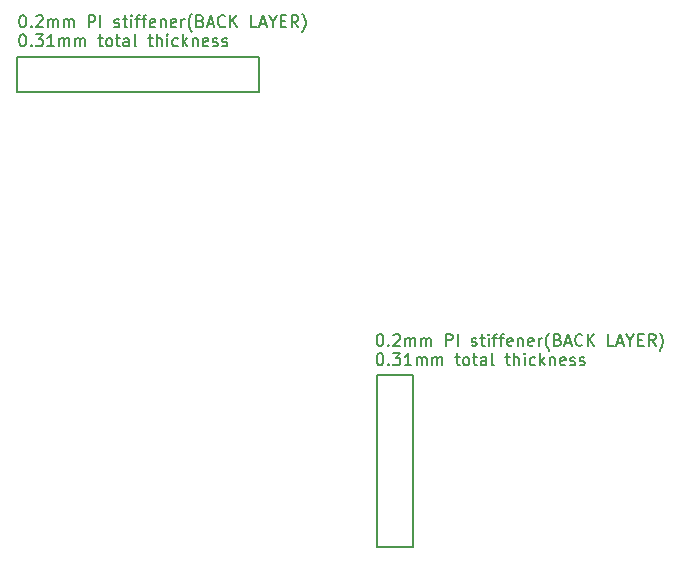
<source format=gbr>
%TF.GenerationSoftware,KiCad,Pcbnew,7.0.1*%
%TF.CreationDate,2024-06-25T20:02:14-07:00*%
%TF.ProjectId,project,70726f6a-6563-4742-9e6b-696361645f70,rev?*%
%TF.SameCoordinates,Original*%
%TF.FileFunction,Other,Comment*%
%FSLAX46Y46*%
G04 Gerber Fmt 4.6, Leading zero omitted, Abs format (unit mm)*
G04 Created by KiCad (PCBNEW 7.0.1) date 2024-06-25 20:02:14*
%MOMM*%
%LPD*%
G01*
G04 APERTURE LIST*
%ADD10C,0.150000*%
G04 APERTURE END LIST*
D10*
X115500000Y-73500000D02*
X136000000Y-73500000D01*
X136000000Y-76500000D01*
X115500000Y-76500000D01*
X115500000Y-73500000D01*
X146000000Y-100500000D02*
X149000000Y-100500000D01*
X149000000Y-115000000D01*
X146000000Y-115000000D01*
X146000000Y-100500000D01*
X146178571Y-97007619D02*
X146273809Y-97007619D01*
X146273809Y-97007619D02*
X146369047Y-97055238D01*
X146369047Y-97055238D02*
X146416666Y-97102857D01*
X146416666Y-97102857D02*
X146464285Y-97198095D01*
X146464285Y-97198095D02*
X146511904Y-97388571D01*
X146511904Y-97388571D02*
X146511904Y-97626666D01*
X146511904Y-97626666D02*
X146464285Y-97817142D01*
X146464285Y-97817142D02*
X146416666Y-97912380D01*
X146416666Y-97912380D02*
X146369047Y-97960000D01*
X146369047Y-97960000D02*
X146273809Y-98007619D01*
X146273809Y-98007619D02*
X146178571Y-98007619D01*
X146178571Y-98007619D02*
X146083333Y-97960000D01*
X146083333Y-97960000D02*
X146035714Y-97912380D01*
X146035714Y-97912380D02*
X145988095Y-97817142D01*
X145988095Y-97817142D02*
X145940476Y-97626666D01*
X145940476Y-97626666D02*
X145940476Y-97388571D01*
X145940476Y-97388571D02*
X145988095Y-97198095D01*
X145988095Y-97198095D02*
X146035714Y-97102857D01*
X146035714Y-97102857D02*
X146083333Y-97055238D01*
X146083333Y-97055238D02*
X146178571Y-97007619D01*
X146940476Y-97912380D02*
X146988095Y-97960000D01*
X146988095Y-97960000D02*
X146940476Y-98007619D01*
X146940476Y-98007619D02*
X146892857Y-97960000D01*
X146892857Y-97960000D02*
X146940476Y-97912380D01*
X146940476Y-97912380D02*
X146940476Y-98007619D01*
X147369047Y-97102857D02*
X147416666Y-97055238D01*
X147416666Y-97055238D02*
X147511904Y-97007619D01*
X147511904Y-97007619D02*
X147749999Y-97007619D01*
X147749999Y-97007619D02*
X147845237Y-97055238D01*
X147845237Y-97055238D02*
X147892856Y-97102857D01*
X147892856Y-97102857D02*
X147940475Y-97198095D01*
X147940475Y-97198095D02*
X147940475Y-97293333D01*
X147940475Y-97293333D02*
X147892856Y-97436190D01*
X147892856Y-97436190D02*
X147321428Y-98007619D01*
X147321428Y-98007619D02*
X147940475Y-98007619D01*
X148369047Y-98007619D02*
X148369047Y-97340952D01*
X148369047Y-97436190D02*
X148416666Y-97388571D01*
X148416666Y-97388571D02*
X148511904Y-97340952D01*
X148511904Y-97340952D02*
X148654761Y-97340952D01*
X148654761Y-97340952D02*
X148749999Y-97388571D01*
X148749999Y-97388571D02*
X148797618Y-97483809D01*
X148797618Y-97483809D02*
X148797618Y-98007619D01*
X148797618Y-97483809D02*
X148845237Y-97388571D01*
X148845237Y-97388571D02*
X148940475Y-97340952D01*
X148940475Y-97340952D02*
X149083332Y-97340952D01*
X149083332Y-97340952D02*
X149178571Y-97388571D01*
X149178571Y-97388571D02*
X149226190Y-97483809D01*
X149226190Y-97483809D02*
X149226190Y-98007619D01*
X149702380Y-98007619D02*
X149702380Y-97340952D01*
X149702380Y-97436190D02*
X149749999Y-97388571D01*
X149749999Y-97388571D02*
X149845237Y-97340952D01*
X149845237Y-97340952D02*
X149988094Y-97340952D01*
X149988094Y-97340952D02*
X150083332Y-97388571D01*
X150083332Y-97388571D02*
X150130951Y-97483809D01*
X150130951Y-97483809D02*
X150130951Y-98007619D01*
X150130951Y-97483809D02*
X150178570Y-97388571D01*
X150178570Y-97388571D02*
X150273808Y-97340952D01*
X150273808Y-97340952D02*
X150416665Y-97340952D01*
X150416665Y-97340952D02*
X150511904Y-97388571D01*
X150511904Y-97388571D02*
X150559523Y-97483809D01*
X150559523Y-97483809D02*
X150559523Y-98007619D01*
X151797618Y-98007619D02*
X151797618Y-97007619D01*
X151797618Y-97007619D02*
X152178570Y-97007619D01*
X152178570Y-97007619D02*
X152273808Y-97055238D01*
X152273808Y-97055238D02*
X152321427Y-97102857D01*
X152321427Y-97102857D02*
X152369046Y-97198095D01*
X152369046Y-97198095D02*
X152369046Y-97340952D01*
X152369046Y-97340952D02*
X152321427Y-97436190D01*
X152321427Y-97436190D02*
X152273808Y-97483809D01*
X152273808Y-97483809D02*
X152178570Y-97531428D01*
X152178570Y-97531428D02*
X151797618Y-97531428D01*
X152797618Y-98007619D02*
X152797618Y-97007619D01*
X153988094Y-97960000D02*
X154083332Y-98007619D01*
X154083332Y-98007619D02*
X154273808Y-98007619D01*
X154273808Y-98007619D02*
X154369046Y-97960000D01*
X154369046Y-97960000D02*
X154416665Y-97864761D01*
X154416665Y-97864761D02*
X154416665Y-97817142D01*
X154416665Y-97817142D02*
X154369046Y-97721904D01*
X154369046Y-97721904D02*
X154273808Y-97674285D01*
X154273808Y-97674285D02*
X154130951Y-97674285D01*
X154130951Y-97674285D02*
X154035713Y-97626666D01*
X154035713Y-97626666D02*
X153988094Y-97531428D01*
X153988094Y-97531428D02*
X153988094Y-97483809D01*
X153988094Y-97483809D02*
X154035713Y-97388571D01*
X154035713Y-97388571D02*
X154130951Y-97340952D01*
X154130951Y-97340952D02*
X154273808Y-97340952D01*
X154273808Y-97340952D02*
X154369046Y-97388571D01*
X154702380Y-97340952D02*
X155083332Y-97340952D01*
X154845237Y-97007619D02*
X154845237Y-97864761D01*
X154845237Y-97864761D02*
X154892856Y-97960000D01*
X154892856Y-97960000D02*
X154988094Y-98007619D01*
X154988094Y-98007619D02*
X155083332Y-98007619D01*
X155416666Y-98007619D02*
X155416666Y-97340952D01*
X155416666Y-97007619D02*
X155369047Y-97055238D01*
X155369047Y-97055238D02*
X155416666Y-97102857D01*
X155416666Y-97102857D02*
X155464285Y-97055238D01*
X155464285Y-97055238D02*
X155416666Y-97007619D01*
X155416666Y-97007619D02*
X155416666Y-97102857D01*
X155749999Y-97340952D02*
X156130951Y-97340952D01*
X155892856Y-98007619D02*
X155892856Y-97150476D01*
X155892856Y-97150476D02*
X155940475Y-97055238D01*
X155940475Y-97055238D02*
X156035713Y-97007619D01*
X156035713Y-97007619D02*
X156130951Y-97007619D01*
X156321428Y-97340952D02*
X156702380Y-97340952D01*
X156464285Y-98007619D02*
X156464285Y-97150476D01*
X156464285Y-97150476D02*
X156511904Y-97055238D01*
X156511904Y-97055238D02*
X156607142Y-97007619D01*
X156607142Y-97007619D02*
X156702380Y-97007619D01*
X157416666Y-97960000D02*
X157321428Y-98007619D01*
X157321428Y-98007619D02*
X157130952Y-98007619D01*
X157130952Y-98007619D02*
X157035714Y-97960000D01*
X157035714Y-97960000D02*
X156988095Y-97864761D01*
X156988095Y-97864761D02*
X156988095Y-97483809D01*
X156988095Y-97483809D02*
X157035714Y-97388571D01*
X157035714Y-97388571D02*
X157130952Y-97340952D01*
X157130952Y-97340952D02*
X157321428Y-97340952D01*
X157321428Y-97340952D02*
X157416666Y-97388571D01*
X157416666Y-97388571D02*
X157464285Y-97483809D01*
X157464285Y-97483809D02*
X157464285Y-97579047D01*
X157464285Y-97579047D02*
X156988095Y-97674285D01*
X157892857Y-97340952D02*
X157892857Y-98007619D01*
X157892857Y-97436190D02*
X157940476Y-97388571D01*
X157940476Y-97388571D02*
X158035714Y-97340952D01*
X158035714Y-97340952D02*
X158178571Y-97340952D01*
X158178571Y-97340952D02*
X158273809Y-97388571D01*
X158273809Y-97388571D02*
X158321428Y-97483809D01*
X158321428Y-97483809D02*
X158321428Y-98007619D01*
X159178571Y-97960000D02*
X159083333Y-98007619D01*
X159083333Y-98007619D02*
X158892857Y-98007619D01*
X158892857Y-98007619D02*
X158797619Y-97960000D01*
X158797619Y-97960000D02*
X158750000Y-97864761D01*
X158750000Y-97864761D02*
X158750000Y-97483809D01*
X158750000Y-97483809D02*
X158797619Y-97388571D01*
X158797619Y-97388571D02*
X158892857Y-97340952D01*
X158892857Y-97340952D02*
X159083333Y-97340952D01*
X159083333Y-97340952D02*
X159178571Y-97388571D01*
X159178571Y-97388571D02*
X159226190Y-97483809D01*
X159226190Y-97483809D02*
X159226190Y-97579047D01*
X159226190Y-97579047D02*
X158750000Y-97674285D01*
X159654762Y-98007619D02*
X159654762Y-97340952D01*
X159654762Y-97531428D02*
X159702381Y-97436190D01*
X159702381Y-97436190D02*
X159750000Y-97388571D01*
X159750000Y-97388571D02*
X159845238Y-97340952D01*
X159845238Y-97340952D02*
X159940476Y-97340952D01*
X160559524Y-98388571D02*
X160511905Y-98340952D01*
X160511905Y-98340952D02*
X160416667Y-98198095D01*
X160416667Y-98198095D02*
X160369048Y-98102857D01*
X160369048Y-98102857D02*
X160321429Y-97960000D01*
X160321429Y-97960000D02*
X160273810Y-97721904D01*
X160273810Y-97721904D02*
X160273810Y-97531428D01*
X160273810Y-97531428D02*
X160321429Y-97293333D01*
X160321429Y-97293333D02*
X160369048Y-97150476D01*
X160369048Y-97150476D02*
X160416667Y-97055238D01*
X160416667Y-97055238D02*
X160511905Y-96912380D01*
X160511905Y-96912380D02*
X160559524Y-96864761D01*
X161273810Y-97483809D02*
X161416667Y-97531428D01*
X161416667Y-97531428D02*
X161464286Y-97579047D01*
X161464286Y-97579047D02*
X161511905Y-97674285D01*
X161511905Y-97674285D02*
X161511905Y-97817142D01*
X161511905Y-97817142D02*
X161464286Y-97912380D01*
X161464286Y-97912380D02*
X161416667Y-97960000D01*
X161416667Y-97960000D02*
X161321429Y-98007619D01*
X161321429Y-98007619D02*
X160940477Y-98007619D01*
X160940477Y-98007619D02*
X160940477Y-97007619D01*
X160940477Y-97007619D02*
X161273810Y-97007619D01*
X161273810Y-97007619D02*
X161369048Y-97055238D01*
X161369048Y-97055238D02*
X161416667Y-97102857D01*
X161416667Y-97102857D02*
X161464286Y-97198095D01*
X161464286Y-97198095D02*
X161464286Y-97293333D01*
X161464286Y-97293333D02*
X161416667Y-97388571D01*
X161416667Y-97388571D02*
X161369048Y-97436190D01*
X161369048Y-97436190D02*
X161273810Y-97483809D01*
X161273810Y-97483809D02*
X160940477Y-97483809D01*
X161892858Y-97721904D02*
X162369048Y-97721904D01*
X161797620Y-98007619D02*
X162130953Y-97007619D01*
X162130953Y-97007619D02*
X162464286Y-98007619D01*
X163369048Y-97912380D02*
X163321429Y-97960000D01*
X163321429Y-97960000D02*
X163178572Y-98007619D01*
X163178572Y-98007619D02*
X163083334Y-98007619D01*
X163083334Y-98007619D02*
X162940477Y-97960000D01*
X162940477Y-97960000D02*
X162845239Y-97864761D01*
X162845239Y-97864761D02*
X162797620Y-97769523D01*
X162797620Y-97769523D02*
X162750001Y-97579047D01*
X162750001Y-97579047D02*
X162750001Y-97436190D01*
X162750001Y-97436190D02*
X162797620Y-97245714D01*
X162797620Y-97245714D02*
X162845239Y-97150476D01*
X162845239Y-97150476D02*
X162940477Y-97055238D01*
X162940477Y-97055238D02*
X163083334Y-97007619D01*
X163083334Y-97007619D02*
X163178572Y-97007619D01*
X163178572Y-97007619D02*
X163321429Y-97055238D01*
X163321429Y-97055238D02*
X163369048Y-97102857D01*
X163797620Y-98007619D02*
X163797620Y-97007619D01*
X164369048Y-98007619D02*
X163940477Y-97436190D01*
X164369048Y-97007619D02*
X163797620Y-97579047D01*
X166035715Y-98007619D02*
X165559525Y-98007619D01*
X165559525Y-98007619D02*
X165559525Y-97007619D01*
X166321430Y-97721904D02*
X166797620Y-97721904D01*
X166226192Y-98007619D02*
X166559525Y-97007619D01*
X166559525Y-97007619D02*
X166892858Y-98007619D01*
X167416668Y-97531428D02*
X167416668Y-98007619D01*
X167083335Y-97007619D02*
X167416668Y-97531428D01*
X167416668Y-97531428D02*
X167750001Y-97007619D01*
X168083335Y-97483809D02*
X168416668Y-97483809D01*
X168559525Y-98007619D02*
X168083335Y-98007619D01*
X168083335Y-98007619D02*
X168083335Y-97007619D01*
X168083335Y-97007619D02*
X168559525Y-97007619D01*
X169559525Y-98007619D02*
X169226192Y-97531428D01*
X168988097Y-98007619D02*
X168988097Y-97007619D01*
X168988097Y-97007619D02*
X169369049Y-97007619D01*
X169369049Y-97007619D02*
X169464287Y-97055238D01*
X169464287Y-97055238D02*
X169511906Y-97102857D01*
X169511906Y-97102857D02*
X169559525Y-97198095D01*
X169559525Y-97198095D02*
X169559525Y-97340952D01*
X169559525Y-97340952D02*
X169511906Y-97436190D01*
X169511906Y-97436190D02*
X169464287Y-97483809D01*
X169464287Y-97483809D02*
X169369049Y-97531428D01*
X169369049Y-97531428D02*
X168988097Y-97531428D01*
X169892859Y-98388571D02*
X169940478Y-98340952D01*
X169940478Y-98340952D02*
X170035716Y-98198095D01*
X170035716Y-98198095D02*
X170083335Y-98102857D01*
X170083335Y-98102857D02*
X170130954Y-97960000D01*
X170130954Y-97960000D02*
X170178573Y-97721904D01*
X170178573Y-97721904D02*
X170178573Y-97531428D01*
X170178573Y-97531428D02*
X170130954Y-97293333D01*
X170130954Y-97293333D02*
X170083335Y-97150476D01*
X170083335Y-97150476D02*
X170035716Y-97055238D01*
X170035716Y-97055238D02*
X169940478Y-96912380D01*
X169940478Y-96912380D02*
X169892859Y-96864761D01*
X146178571Y-98627619D02*
X146273809Y-98627619D01*
X146273809Y-98627619D02*
X146369047Y-98675238D01*
X146369047Y-98675238D02*
X146416666Y-98722857D01*
X146416666Y-98722857D02*
X146464285Y-98818095D01*
X146464285Y-98818095D02*
X146511904Y-99008571D01*
X146511904Y-99008571D02*
X146511904Y-99246666D01*
X146511904Y-99246666D02*
X146464285Y-99437142D01*
X146464285Y-99437142D02*
X146416666Y-99532380D01*
X146416666Y-99532380D02*
X146369047Y-99580000D01*
X146369047Y-99580000D02*
X146273809Y-99627619D01*
X146273809Y-99627619D02*
X146178571Y-99627619D01*
X146178571Y-99627619D02*
X146083333Y-99580000D01*
X146083333Y-99580000D02*
X146035714Y-99532380D01*
X146035714Y-99532380D02*
X145988095Y-99437142D01*
X145988095Y-99437142D02*
X145940476Y-99246666D01*
X145940476Y-99246666D02*
X145940476Y-99008571D01*
X145940476Y-99008571D02*
X145988095Y-98818095D01*
X145988095Y-98818095D02*
X146035714Y-98722857D01*
X146035714Y-98722857D02*
X146083333Y-98675238D01*
X146083333Y-98675238D02*
X146178571Y-98627619D01*
X146940476Y-99532380D02*
X146988095Y-99580000D01*
X146988095Y-99580000D02*
X146940476Y-99627619D01*
X146940476Y-99627619D02*
X146892857Y-99580000D01*
X146892857Y-99580000D02*
X146940476Y-99532380D01*
X146940476Y-99532380D02*
X146940476Y-99627619D01*
X147321428Y-98627619D02*
X147940475Y-98627619D01*
X147940475Y-98627619D02*
X147607142Y-99008571D01*
X147607142Y-99008571D02*
X147749999Y-99008571D01*
X147749999Y-99008571D02*
X147845237Y-99056190D01*
X147845237Y-99056190D02*
X147892856Y-99103809D01*
X147892856Y-99103809D02*
X147940475Y-99199047D01*
X147940475Y-99199047D02*
X147940475Y-99437142D01*
X147940475Y-99437142D02*
X147892856Y-99532380D01*
X147892856Y-99532380D02*
X147845237Y-99580000D01*
X147845237Y-99580000D02*
X147749999Y-99627619D01*
X147749999Y-99627619D02*
X147464285Y-99627619D01*
X147464285Y-99627619D02*
X147369047Y-99580000D01*
X147369047Y-99580000D02*
X147321428Y-99532380D01*
X148892856Y-99627619D02*
X148321428Y-99627619D01*
X148607142Y-99627619D02*
X148607142Y-98627619D01*
X148607142Y-98627619D02*
X148511904Y-98770476D01*
X148511904Y-98770476D02*
X148416666Y-98865714D01*
X148416666Y-98865714D02*
X148321428Y-98913333D01*
X149321428Y-99627619D02*
X149321428Y-98960952D01*
X149321428Y-99056190D02*
X149369047Y-99008571D01*
X149369047Y-99008571D02*
X149464285Y-98960952D01*
X149464285Y-98960952D02*
X149607142Y-98960952D01*
X149607142Y-98960952D02*
X149702380Y-99008571D01*
X149702380Y-99008571D02*
X149749999Y-99103809D01*
X149749999Y-99103809D02*
X149749999Y-99627619D01*
X149749999Y-99103809D02*
X149797618Y-99008571D01*
X149797618Y-99008571D02*
X149892856Y-98960952D01*
X149892856Y-98960952D02*
X150035713Y-98960952D01*
X150035713Y-98960952D02*
X150130952Y-99008571D01*
X150130952Y-99008571D02*
X150178571Y-99103809D01*
X150178571Y-99103809D02*
X150178571Y-99627619D01*
X150654761Y-99627619D02*
X150654761Y-98960952D01*
X150654761Y-99056190D02*
X150702380Y-99008571D01*
X150702380Y-99008571D02*
X150797618Y-98960952D01*
X150797618Y-98960952D02*
X150940475Y-98960952D01*
X150940475Y-98960952D02*
X151035713Y-99008571D01*
X151035713Y-99008571D02*
X151083332Y-99103809D01*
X151083332Y-99103809D02*
X151083332Y-99627619D01*
X151083332Y-99103809D02*
X151130951Y-99008571D01*
X151130951Y-99008571D02*
X151226189Y-98960952D01*
X151226189Y-98960952D02*
X151369046Y-98960952D01*
X151369046Y-98960952D02*
X151464285Y-99008571D01*
X151464285Y-99008571D02*
X151511904Y-99103809D01*
X151511904Y-99103809D02*
X151511904Y-99627619D01*
X152607142Y-98960952D02*
X152988094Y-98960952D01*
X152749999Y-98627619D02*
X152749999Y-99484761D01*
X152749999Y-99484761D02*
X152797618Y-99580000D01*
X152797618Y-99580000D02*
X152892856Y-99627619D01*
X152892856Y-99627619D02*
X152988094Y-99627619D01*
X153464285Y-99627619D02*
X153369047Y-99580000D01*
X153369047Y-99580000D02*
X153321428Y-99532380D01*
X153321428Y-99532380D02*
X153273809Y-99437142D01*
X153273809Y-99437142D02*
X153273809Y-99151428D01*
X153273809Y-99151428D02*
X153321428Y-99056190D01*
X153321428Y-99056190D02*
X153369047Y-99008571D01*
X153369047Y-99008571D02*
X153464285Y-98960952D01*
X153464285Y-98960952D02*
X153607142Y-98960952D01*
X153607142Y-98960952D02*
X153702380Y-99008571D01*
X153702380Y-99008571D02*
X153749999Y-99056190D01*
X153749999Y-99056190D02*
X153797618Y-99151428D01*
X153797618Y-99151428D02*
X153797618Y-99437142D01*
X153797618Y-99437142D02*
X153749999Y-99532380D01*
X153749999Y-99532380D02*
X153702380Y-99580000D01*
X153702380Y-99580000D02*
X153607142Y-99627619D01*
X153607142Y-99627619D02*
X153464285Y-99627619D01*
X154083333Y-98960952D02*
X154464285Y-98960952D01*
X154226190Y-98627619D02*
X154226190Y-99484761D01*
X154226190Y-99484761D02*
X154273809Y-99580000D01*
X154273809Y-99580000D02*
X154369047Y-99627619D01*
X154369047Y-99627619D02*
X154464285Y-99627619D01*
X155226190Y-99627619D02*
X155226190Y-99103809D01*
X155226190Y-99103809D02*
X155178571Y-99008571D01*
X155178571Y-99008571D02*
X155083333Y-98960952D01*
X155083333Y-98960952D02*
X154892857Y-98960952D01*
X154892857Y-98960952D02*
X154797619Y-99008571D01*
X155226190Y-99580000D02*
X155130952Y-99627619D01*
X155130952Y-99627619D02*
X154892857Y-99627619D01*
X154892857Y-99627619D02*
X154797619Y-99580000D01*
X154797619Y-99580000D02*
X154750000Y-99484761D01*
X154750000Y-99484761D02*
X154750000Y-99389523D01*
X154750000Y-99389523D02*
X154797619Y-99294285D01*
X154797619Y-99294285D02*
X154892857Y-99246666D01*
X154892857Y-99246666D02*
X155130952Y-99246666D01*
X155130952Y-99246666D02*
X155226190Y-99199047D01*
X155845238Y-99627619D02*
X155750000Y-99580000D01*
X155750000Y-99580000D02*
X155702381Y-99484761D01*
X155702381Y-99484761D02*
X155702381Y-98627619D01*
X156845239Y-98960952D02*
X157226191Y-98960952D01*
X156988096Y-98627619D02*
X156988096Y-99484761D01*
X156988096Y-99484761D02*
X157035715Y-99580000D01*
X157035715Y-99580000D02*
X157130953Y-99627619D01*
X157130953Y-99627619D02*
X157226191Y-99627619D01*
X157559525Y-99627619D02*
X157559525Y-98627619D01*
X157988096Y-99627619D02*
X157988096Y-99103809D01*
X157988096Y-99103809D02*
X157940477Y-99008571D01*
X157940477Y-99008571D02*
X157845239Y-98960952D01*
X157845239Y-98960952D02*
X157702382Y-98960952D01*
X157702382Y-98960952D02*
X157607144Y-99008571D01*
X157607144Y-99008571D02*
X157559525Y-99056190D01*
X158464287Y-99627619D02*
X158464287Y-98960952D01*
X158464287Y-98627619D02*
X158416668Y-98675238D01*
X158416668Y-98675238D02*
X158464287Y-98722857D01*
X158464287Y-98722857D02*
X158511906Y-98675238D01*
X158511906Y-98675238D02*
X158464287Y-98627619D01*
X158464287Y-98627619D02*
X158464287Y-98722857D01*
X159369048Y-99580000D02*
X159273810Y-99627619D01*
X159273810Y-99627619D02*
X159083334Y-99627619D01*
X159083334Y-99627619D02*
X158988096Y-99580000D01*
X158988096Y-99580000D02*
X158940477Y-99532380D01*
X158940477Y-99532380D02*
X158892858Y-99437142D01*
X158892858Y-99437142D02*
X158892858Y-99151428D01*
X158892858Y-99151428D02*
X158940477Y-99056190D01*
X158940477Y-99056190D02*
X158988096Y-99008571D01*
X158988096Y-99008571D02*
X159083334Y-98960952D01*
X159083334Y-98960952D02*
X159273810Y-98960952D01*
X159273810Y-98960952D02*
X159369048Y-99008571D01*
X159797620Y-99627619D02*
X159797620Y-98627619D01*
X159892858Y-99246666D02*
X160178572Y-99627619D01*
X160178572Y-98960952D02*
X159797620Y-99341904D01*
X160607144Y-98960952D02*
X160607144Y-99627619D01*
X160607144Y-99056190D02*
X160654763Y-99008571D01*
X160654763Y-99008571D02*
X160750001Y-98960952D01*
X160750001Y-98960952D02*
X160892858Y-98960952D01*
X160892858Y-98960952D02*
X160988096Y-99008571D01*
X160988096Y-99008571D02*
X161035715Y-99103809D01*
X161035715Y-99103809D02*
X161035715Y-99627619D01*
X161892858Y-99580000D02*
X161797620Y-99627619D01*
X161797620Y-99627619D02*
X161607144Y-99627619D01*
X161607144Y-99627619D02*
X161511906Y-99580000D01*
X161511906Y-99580000D02*
X161464287Y-99484761D01*
X161464287Y-99484761D02*
X161464287Y-99103809D01*
X161464287Y-99103809D02*
X161511906Y-99008571D01*
X161511906Y-99008571D02*
X161607144Y-98960952D01*
X161607144Y-98960952D02*
X161797620Y-98960952D01*
X161797620Y-98960952D02*
X161892858Y-99008571D01*
X161892858Y-99008571D02*
X161940477Y-99103809D01*
X161940477Y-99103809D02*
X161940477Y-99199047D01*
X161940477Y-99199047D02*
X161464287Y-99294285D01*
X162321430Y-99580000D02*
X162416668Y-99627619D01*
X162416668Y-99627619D02*
X162607144Y-99627619D01*
X162607144Y-99627619D02*
X162702382Y-99580000D01*
X162702382Y-99580000D02*
X162750001Y-99484761D01*
X162750001Y-99484761D02*
X162750001Y-99437142D01*
X162750001Y-99437142D02*
X162702382Y-99341904D01*
X162702382Y-99341904D02*
X162607144Y-99294285D01*
X162607144Y-99294285D02*
X162464287Y-99294285D01*
X162464287Y-99294285D02*
X162369049Y-99246666D01*
X162369049Y-99246666D02*
X162321430Y-99151428D01*
X162321430Y-99151428D02*
X162321430Y-99103809D01*
X162321430Y-99103809D02*
X162369049Y-99008571D01*
X162369049Y-99008571D02*
X162464287Y-98960952D01*
X162464287Y-98960952D02*
X162607144Y-98960952D01*
X162607144Y-98960952D02*
X162702382Y-99008571D01*
X163130954Y-99580000D02*
X163226192Y-99627619D01*
X163226192Y-99627619D02*
X163416668Y-99627619D01*
X163416668Y-99627619D02*
X163511906Y-99580000D01*
X163511906Y-99580000D02*
X163559525Y-99484761D01*
X163559525Y-99484761D02*
X163559525Y-99437142D01*
X163559525Y-99437142D02*
X163511906Y-99341904D01*
X163511906Y-99341904D02*
X163416668Y-99294285D01*
X163416668Y-99294285D02*
X163273811Y-99294285D01*
X163273811Y-99294285D02*
X163178573Y-99246666D01*
X163178573Y-99246666D02*
X163130954Y-99151428D01*
X163130954Y-99151428D02*
X163130954Y-99103809D01*
X163130954Y-99103809D02*
X163178573Y-99008571D01*
X163178573Y-99008571D02*
X163273811Y-98960952D01*
X163273811Y-98960952D02*
X163416668Y-98960952D01*
X163416668Y-98960952D02*
X163511906Y-99008571D01*
X115928571Y-70007619D02*
X116023809Y-70007619D01*
X116023809Y-70007619D02*
X116119047Y-70055238D01*
X116119047Y-70055238D02*
X116166666Y-70102857D01*
X116166666Y-70102857D02*
X116214285Y-70198095D01*
X116214285Y-70198095D02*
X116261904Y-70388571D01*
X116261904Y-70388571D02*
X116261904Y-70626666D01*
X116261904Y-70626666D02*
X116214285Y-70817142D01*
X116214285Y-70817142D02*
X116166666Y-70912380D01*
X116166666Y-70912380D02*
X116119047Y-70960000D01*
X116119047Y-70960000D02*
X116023809Y-71007619D01*
X116023809Y-71007619D02*
X115928571Y-71007619D01*
X115928571Y-71007619D02*
X115833333Y-70960000D01*
X115833333Y-70960000D02*
X115785714Y-70912380D01*
X115785714Y-70912380D02*
X115738095Y-70817142D01*
X115738095Y-70817142D02*
X115690476Y-70626666D01*
X115690476Y-70626666D02*
X115690476Y-70388571D01*
X115690476Y-70388571D02*
X115738095Y-70198095D01*
X115738095Y-70198095D02*
X115785714Y-70102857D01*
X115785714Y-70102857D02*
X115833333Y-70055238D01*
X115833333Y-70055238D02*
X115928571Y-70007619D01*
X116690476Y-70912380D02*
X116738095Y-70960000D01*
X116738095Y-70960000D02*
X116690476Y-71007619D01*
X116690476Y-71007619D02*
X116642857Y-70960000D01*
X116642857Y-70960000D02*
X116690476Y-70912380D01*
X116690476Y-70912380D02*
X116690476Y-71007619D01*
X117119047Y-70102857D02*
X117166666Y-70055238D01*
X117166666Y-70055238D02*
X117261904Y-70007619D01*
X117261904Y-70007619D02*
X117499999Y-70007619D01*
X117499999Y-70007619D02*
X117595237Y-70055238D01*
X117595237Y-70055238D02*
X117642856Y-70102857D01*
X117642856Y-70102857D02*
X117690475Y-70198095D01*
X117690475Y-70198095D02*
X117690475Y-70293333D01*
X117690475Y-70293333D02*
X117642856Y-70436190D01*
X117642856Y-70436190D02*
X117071428Y-71007619D01*
X117071428Y-71007619D02*
X117690475Y-71007619D01*
X118119047Y-71007619D02*
X118119047Y-70340952D01*
X118119047Y-70436190D02*
X118166666Y-70388571D01*
X118166666Y-70388571D02*
X118261904Y-70340952D01*
X118261904Y-70340952D02*
X118404761Y-70340952D01*
X118404761Y-70340952D02*
X118499999Y-70388571D01*
X118499999Y-70388571D02*
X118547618Y-70483809D01*
X118547618Y-70483809D02*
X118547618Y-71007619D01*
X118547618Y-70483809D02*
X118595237Y-70388571D01*
X118595237Y-70388571D02*
X118690475Y-70340952D01*
X118690475Y-70340952D02*
X118833332Y-70340952D01*
X118833332Y-70340952D02*
X118928571Y-70388571D01*
X118928571Y-70388571D02*
X118976190Y-70483809D01*
X118976190Y-70483809D02*
X118976190Y-71007619D01*
X119452380Y-71007619D02*
X119452380Y-70340952D01*
X119452380Y-70436190D02*
X119499999Y-70388571D01*
X119499999Y-70388571D02*
X119595237Y-70340952D01*
X119595237Y-70340952D02*
X119738094Y-70340952D01*
X119738094Y-70340952D02*
X119833332Y-70388571D01*
X119833332Y-70388571D02*
X119880951Y-70483809D01*
X119880951Y-70483809D02*
X119880951Y-71007619D01*
X119880951Y-70483809D02*
X119928570Y-70388571D01*
X119928570Y-70388571D02*
X120023808Y-70340952D01*
X120023808Y-70340952D02*
X120166665Y-70340952D01*
X120166665Y-70340952D02*
X120261904Y-70388571D01*
X120261904Y-70388571D02*
X120309523Y-70483809D01*
X120309523Y-70483809D02*
X120309523Y-71007619D01*
X121547618Y-71007619D02*
X121547618Y-70007619D01*
X121547618Y-70007619D02*
X121928570Y-70007619D01*
X121928570Y-70007619D02*
X122023808Y-70055238D01*
X122023808Y-70055238D02*
X122071427Y-70102857D01*
X122071427Y-70102857D02*
X122119046Y-70198095D01*
X122119046Y-70198095D02*
X122119046Y-70340952D01*
X122119046Y-70340952D02*
X122071427Y-70436190D01*
X122071427Y-70436190D02*
X122023808Y-70483809D01*
X122023808Y-70483809D02*
X121928570Y-70531428D01*
X121928570Y-70531428D02*
X121547618Y-70531428D01*
X122547618Y-71007619D02*
X122547618Y-70007619D01*
X123738094Y-70960000D02*
X123833332Y-71007619D01*
X123833332Y-71007619D02*
X124023808Y-71007619D01*
X124023808Y-71007619D02*
X124119046Y-70960000D01*
X124119046Y-70960000D02*
X124166665Y-70864761D01*
X124166665Y-70864761D02*
X124166665Y-70817142D01*
X124166665Y-70817142D02*
X124119046Y-70721904D01*
X124119046Y-70721904D02*
X124023808Y-70674285D01*
X124023808Y-70674285D02*
X123880951Y-70674285D01*
X123880951Y-70674285D02*
X123785713Y-70626666D01*
X123785713Y-70626666D02*
X123738094Y-70531428D01*
X123738094Y-70531428D02*
X123738094Y-70483809D01*
X123738094Y-70483809D02*
X123785713Y-70388571D01*
X123785713Y-70388571D02*
X123880951Y-70340952D01*
X123880951Y-70340952D02*
X124023808Y-70340952D01*
X124023808Y-70340952D02*
X124119046Y-70388571D01*
X124452380Y-70340952D02*
X124833332Y-70340952D01*
X124595237Y-70007619D02*
X124595237Y-70864761D01*
X124595237Y-70864761D02*
X124642856Y-70960000D01*
X124642856Y-70960000D02*
X124738094Y-71007619D01*
X124738094Y-71007619D02*
X124833332Y-71007619D01*
X125166666Y-71007619D02*
X125166666Y-70340952D01*
X125166666Y-70007619D02*
X125119047Y-70055238D01*
X125119047Y-70055238D02*
X125166666Y-70102857D01*
X125166666Y-70102857D02*
X125214285Y-70055238D01*
X125214285Y-70055238D02*
X125166666Y-70007619D01*
X125166666Y-70007619D02*
X125166666Y-70102857D01*
X125499999Y-70340952D02*
X125880951Y-70340952D01*
X125642856Y-71007619D02*
X125642856Y-70150476D01*
X125642856Y-70150476D02*
X125690475Y-70055238D01*
X125690475Y-70055238D02*
X125785713Y-70007619D01*
X125785713Y-70007619D02*
X125880951Y-70007619D01*
X126071428Y-70340952D02*
X126452380Y-70340952D01*
X126214285Y-71007619D02*
X126214285Y-70150476D01*
X126214285Y-70150476D02*
X126261904Y-70055238D01*
X126261904Y-70055238D02*
X126357142Y-70007619D01*
X126357142Y-70007619D02*
X126452380Y-70007619D01*
X127166666Y-70960000D02*
X127071428Y-71007619D01*
X127071428Y-71007619D02*
X126880952Y-71007619D01*
X126880952Y-71007619D02*
X126785714Y-70960000D01*
X126785714Y-70960000D02*
X126738095Y-70864761D01*
X126738095Y-70864761D02*
X126738095Y-70483809D01*
X126738095Y-70483809D02*
X126785714Y-70388571D01*
X126785714Y-70388571D02*
X126880952Y-70340952D01*
X126880952Y-70340952D02*
X127071428Y-70340952D01*
X127071428Y-70340952D02*
X127166666Y-70388571D01*
X127166666Y-70388571D02*
X127214285Y-70483809D01*
X127214285Y-70483809D02*
X127214285Y-70579047D01*
X127214285Y-70579047D02*
X126738095Y-70674285D01*
X127642857Y-70340952D02*
X127642857Y-71007619D01*
X127642857Y-70436190D02*
X127690476Y-70388571D01*
X127690476Y-70388571D02*
X127785714Y-70340952D01*
X127785714Y-70340952D02*
X127928571Y-70340952D01*
X127928571Y-70340952D02*
X128023809Y-70388571D01*
X128023809Y-70388571D02*
X128071428Y-70483809D01*
X128071428Y-70483809D02*
X128071428Y-71007619D01*
X128928571Y-70960000D02*
X128833333Y-71007619D01*
X128833333Y-71007619D02*
X128642857Y-71007619D01*
X128642857Y-71007619D02*
X128547619Y-70960000D01*
X128547619Y-70960000D02*
X128500000Y-70864761D01*
X128500000Y-70864761D02*
X128500000Y-70483809D01*
X128500000Y-70483809D02*
X128547619Y-70388571D01*
X128547619Y-70388571D02*
X128642857Y-70340952D01*
X128642857Y-70340952D02*
X128833333Y-70340952D01*
X128833333Y-70340952D02*
X128928571Y-70388571D01*
X128928571Y-70388571D02*
X128976190Y-70483809D01*
X128976190Y-70483809D02*
X128976190Y-70579047D01*
X128976190Y-70579047D02*
X128500000Y-70674285D01*
X129404762Y-71007619D02*
X129404762Y-70340952D01*
X129404762Y-70531428D02*
X129452381Y-70436190D01*
X129452381Y-70436190D02*
X129500000Y-70388571D01*
X129500000Y-70388571D02*
X129595238Y-70340952D01*
X129595238Y-70340952D02*
X129690476Y-70340952D01*
X130309524Y-71388571D02*
X130261905Y-71340952D01*
X130261905Y-71340952D02*
X130166667Y-71198095D01*
X130166667Y-71198095D02*
X130119048Y-71102857D01*
X130119048Y-71102857D02*
X130071429Y-70960000D01*
X130071429Y-70960000D02*
X130023810Y-70721904D01*
X130023810Y-70721904D02*
X130023810Y-70531428D01*
X130023810Y-70531428D02*
X130071429Y-70293333D01*
X130071429Y-70293333D02*
X130119048Y-70150476D01*
X130119048Y-70150476D02*
X130166667Y-70055238D01*
X130166667Y-70055238D02*
X130261905Y-69912380D01*
X130261905Y-69912380D02*
X130309524Y-69864761D01*
X131023810Y-70483809D02*
X131166667Y-70531428D01*
X131166667Y-70531428D02*
X131214286Y-70579047D01*
X131214286Y-70579047D02*
X131261905Y-70674285D01*
X131261905Y-70674285D02*
X131261905Y-70817142D01*
X131261905Y-70817142D02*
X131214286Y-70912380D01*
X131214286Y-70912380D02*
X131166667Y-70960000D01*
X131166667Y-70960000D02*
X131071429Y-71007619D01*
X131071429Y-71007619D02*
X130690477Y-71007619D01*
X130690477Y-71007619D02*
X130690477Y-70007619D01*
X130690477Y-70007619D02*
X131023810Y-70007619D01*
X131023810Y-70007619D02*
X131119048Y-70055238D01*
X131119048Y-70055238D02*
X131166667Y-70102857D01*
X131166667Y-70102857D02*
X131214286Y-70198095D01*
X131214286Y-70198095D02*
X131214286Y-70293333D01*
X131214286Y-70293333D02*
X131166667Y-70388571D01*
X131166667Y-70388571D02*
X131119048Y-70436190D01*
X131119048Y-70436190D02*
X131023810Y-70483809D01*
X131023810Y-70483809D02*
X130690477Y-70483809D01*
X131642858Y-70721904D02*
X132119048Y-70721904D01*
X131547620Y-71007619D02*
X131880953Y-70007619D01*
X131880953Y-70007619D02*
X132214286Y-71007619D01*
X133119048Y-70912380D02*
X133071429Y-70960000D01*
X133071429Y-70960000D02*
X132928572Y-71007619D01*
X132928572Y-71007619D02*
X132833334Y-71007619D01*
X132833334Y-71007619D02*
X132690477Y-70960000D01*
X132690477Y-70960000D02*
X132595239Y-70864761D01*
X132595239Y-70864761D02*
X132547620Y-70769523D01*
X132547620Y-70769523D02*
X132500001Y-70579047D01*
X132500001Y-70579047D02*
X132500001Y-70436190D01*
X132500001Y-70436190D02*
X132547620Y-70245714D01*
X132547620Y-70245714D02*
X132595239Y-70150476D01*
X132595239Y-70150476D02*
X132690477Y-70055238D01*
X132690477Y-70055238D02*
X132833334Y-70007619D01*
X132833334Y-70007619D02*
X132928572Y-70007619D01*
X132928572Y-70007619D02*
X133071429Y-70055238D01*
X133071429Y-70055238D02*
X133119048Y-70102857D01*
X133547620Y-71007619D02*
X133547620Y-70007619D01*
X134119048Y-71007619D02*
X133690477Y-70436190D01*
X134119048Y-70007619D02*
X133547620Y-70579047D01*
X135785715Y-71007619D02*
X135309525Y-71007619D01*
X135309525Y-71007619D02*
X135309525Y-70007619D01*
X136071430Y-70721904D02*
X136547620Y-70721904D01*
X135976192Y-71007619D02*
X136309525Y-70007619D01*
X136309525Y-70007619D02*
X136642858Y-71007619D01*
X137166668Y-70531428D02*
X137166668Y-71007619D01*
X136833335Y-70007619D02*
X137166668Y-70531428D01*
X137166668Y-70531428D02*
X137500001Y-70007619D01*
X137833335Y-70483809D02*
X138166668Y-70483809D01*
X138309525Y-71007619D02*
X137833335Y-71007619D01*
X137833335Y-71007619D02*
X137833335Y-70007619D01*
X137833335Y-70007619D02*
X138309525Y-70007619D01*
X139309525Y-71007619D02*
X138976192Y-70531428D01*
X138738097Y-71007619D02*
X138738097Y-70007619D01*
X138738097Y-70007619D02*
X139119049Y-70007619D01*
X139119049Y-70007619D02*
X139214287Y-70055238D01*
X139214287Y-70055238D02*
X139261906Y-70102857D01*
X139261906Y-70102857D02*
X139309525Y-70198095D01*
X139309525Y-70198095D02*
X139309525Y-70340952D01*
X139309525Y-70340952D02*
X139261906Y-70436190D01*
X139261906Y-70436190D02*
X139214287Y-70483809D01*
X139214287Y-70483809D02*
X139119049Y-70531428D01*
X139119049Y-70531428D02*
X138738097Y-70531428D01*
X139642859Y-71388571D02*
X139690478Y-71340952D01*
X139690478Y-71340952D02*
X139785716Y-71198095D01*
X139785716Y-71198095D02*
X139833335Y-71102857D01*
X139833335Y-71102857D02*
X139880954Y-70960000D01*
X139880954Y-70960000D02*
X139928573Y-70721904D01*
X139928573Y-70721904D02*
X139928573Y-70531428D01*
X139928573Y-70531428D02*
X139880954Y-70293333D01*
X139880954Y-70293333D02*
X139833335Y-70150476D01*
X139833335Y-70150476D02*
X139785716Y-70055238D01*
X139785716Y-70055238D02*
X139690478Y-69912380D01*
X139690478Y-69912380D02*
X139642859Y-69864761D01*
X115928571Y-71627619D02*
X116023809Y-71627619D01*
X116023809Y-71627619D02*
X116119047Y-71675238D01*
X116119047Y-71675238D02*
X116166666Y-71722857D01*
X116166666Y-71722857D02*
X116214285Y-71818095D01*
X116214285Y-71818095D02*
X116261904Y-72008571D01*
X116261904Y-72008571D02*
X116261904Y-72246666D01*
X116261904Y-72246666D02*
X116214285Y-72437142D01*
X116214285Y-72437142D02*
X116166666Y-72532380D01*
X116166666Y-72532380D02*
X116119047Y-72580000D01*
X116119047Y-72580000D02*
X116023809Y-72627619D01*
X116023809Y-72627619D02*
X115928571Y-72627619D01*
X115928571Y-72627619D02*
X115833333Y-72580000D01*
X115833333Y-72580000D02*
X115785714Y-72532380D01*
X115785714Y-72532380D02*
X115738095Y-72437142D01*
X115738095Y-72437142D02*
X115690476Y-72246666D01*
X115690476Y-72246666D02*
X115690476Y-72008571D01*
X115690476Y-72008571D02*
X115738095Y-71818095D01*
X115738095Y-71818095D02*
X115785714Y-71722857D01*
X115785714Y-71722857D02*
X115833333Y-71675238D01*
X115833333Y-71675238D02*
X115928571Y-71627619D01*
X116690476Y-72532380D02*
X116738095Y-72580000D01*
X116738095Y-72580000D02*
X116690476Y-72627619D01*
X116690476Y-72627619D02*
X116642857Y-72580000D01*
X116642857Y-72580000D02*
X116690476Y-72532380D01*
X116690476Y-72532380D02*
X116690476Y-72627619D01*
X117071428Y-71627619D02*
X117690475Y-71627619D01*
X117690475Y-71627619D02*
X117357142Y-72008571D01*
X117357142Y-72008571D02*
X117499999Y-72008571D01*
X117499999Y-72008571D02*
X117595237Y-72056190D01*
X117595237Y-72056190D02*
X117642856Y-72103809D01*
X117642856Y-72103809D02*
X117690475Y-72199047D01*
X117690475Y-72199047D02*
X117690475Y-72437142D01*
X117690475Y-72437142D02*
X117642856Y-72532380D01*
X117642856Y-72532380D02*
X117595237Y-72580000D01*
X117595237Y-72580000D02*
X117499999Y-72627619D01*
X117499999Y-72627619D02*
X117214285Y-72627619D01*
X117214285Y-72627619D02*
X117119047Y-72580000D01*
X117119047Y-72580000D02*
X117071428Y-72532380D01*
X118642856Y-72627619D02*
X118071428Y-72627619D01*
X118357142Y-72627619D02*
X118357142Y-71627619D01*
X118357142Y-71627619D02*
X118261904Y-71770476D01*
X118261904Y-71770476D02*
X118166666Y-71865714D01*
X118166666Y-71865714D02*
X118071428Y-71913333D01*
X119071428Y-72627619D02*
X119071428Y-71960952D01*
X119071428Y-72056190D02*
X119119047Y-72008571D01*
X119119047Y-72008571D02*
X119214285Y-71960952D01*
X119214285Y-71960952D02*
X119357142Y-71960952D01*
X119357142Y-71960952D02*
X119452380Y-72008571D01*
X119452380Y-72008571D02*
X119499999Y-72103809D01*
X119499999Y-72103809D02*
X119499999Y-72627619D01*
X119499999Y-72103809D02*
X119547618Y-72008571D01*
X119547618Y-72008571D02*
X119642856Y-71960952D01*
X119642856Y-71960952D02*
X119785713Y-71960952D01*
X119785713Y-71960952D02*
X119880952Y-72008571D01*
X119880952Y-72008571D02*
X119928571Y-72103809D01*
X119928571Y-72103809D02*
X119928571Y-72627619D01*
X120404761Y-72627619D02*
X120404761Y-71960952D01*
X120404761Y-72056190D02*
X120452380Y-72008571D01*
X120452380Y-72008571D02*
X120547618Y-71960952D01*
X120547618Y-71960952D02*
X120690475Y-71960952D01*
X120690475Y-71960952D02*
X120785713Y-72008571D01*
X120785713Y-72008571D02*
X120833332Y-72103809D01*
X120833332Y-72103809D02*
X120833332Y-72627619D01*
X120833332Y-72103809D02*
X120880951Y-72008571D01*
X120880951Y-72008571D02*
X120976189Y-71960952D01*
X120976189Y-71960952D02*
X121119046Y-71960952D01*
X121119046Y-71960952D02*
X121214285Y-72008571D01*
X121214285Y-72008571D02*
X121261904Y-72103809D01*
X121261904Y-72103809D02*
X121261904Y-72627619D01*
X122357142Y-71960952D02*
X122738094Y-71960952D01*
X122499999Y-71627619D02*
X122499999Y-72484761D01*
X122499999Y-72484761D02*
X122547618Y-72580000D01*
X122547618Y-72580000D02*
X122642856Y-72627619D01*
X122642856Y-72627619D02*
X122738094Y-72627619D01*
X123214285Y-72627619D02*
X123119047Y-72580000D01*
X123119047Y-72580000D02*
X123071428Y-72532380D01*
X123071428Y-72532380D02*
X123023809Y-72437142D01*
X123023809Y-72437142D02*
X123023809Y-72151428D01*
X123023809Y-72151428D02*
X123071428Y-72056190D01*
X123071428Y-72056190D02*
X123119047Y-72008571D01*
X123119047Y-72008571D02*
X123214285Y-71960952D01*
X123214285Y-71960952D02*
X123357142Y-71960952D01*
X123357142Y-71960952D02*
X123452380Y-72008571D01*
X123452380Y-72008571D02*
X123499999Y-72056190D01*
X123499999Y-72056190D02*
X123547618Y-72151428D01*
X123547618Y-72151428D02*
X123547618Y-72437142D01*
X123547618Y-72437142D02*
X123499999Y-72532380D01*
X123499999Y-72532380D02*
X123452380Y-72580000D01*
X123452380Y-72580000D02*
X123357142Y-72627619D01*
X123357142Y-72627619D02*
X123214285Y-72627619D01*
X123833333Y-71960952D02*
X124214285Y-71960952D01*
X123976190Y-71627619D02*
X123976190Y-72484761D01*
X123976190Y-72484761D02*
X124023809Y-72580000D01*
X124023809Y-72580000D02*
X124119047Y-72627619D01*
X124119047Y-72627619D02*
X124214285Y-72627619D01*
X124976190Y-72627619D02*
X124976190Y-72103809D01*
X124976190Y-72103809D02*
X124928571Y-72008571D01*
X124928571Y-72008571D02*
X124833333Y-71960952D01*
X124833333Y-71960952D02*
X124642857Y-71960952D01*
X124642857Y-71960952D02*
X124547619Y-72008571D01*
X124976190Y-72580000D02*
X124880952Y-72627619D01*
X124880952Y-72627619D02*
X124642857Y-72627619D01*
X124642857Y-72627619D02*
X124547619Y-72580000D01*
X124547619Y-72580000D02*
X124500000Y-72484761D01*
X124500000Y-72484761D02*
X124500000Y-72389523D01*
X124500000Y-72389523D02*
X124547619Y-72294285D01*
X124547619Y-72294285D02*
X124642857Y-72246666D01*
X124642857Y-72246666D02*
X124880952Y-72246666D01*
X124880952Y-72246666D02*
X124976190Y-72199047D01*
X125595238Y-72627619D02*
X125500000Y-72580000D01*
X125500000Y-72580000D02*
X125452381Y-72484761D01*
X125452381Y-72484761D02*
X125452381Y-71627619D01*
X126595239Y-71960952D02*
X126976191Y-71960952D01*
X126738096Y-71627619D02*
X126738096Y-72484761D01*
X126738096Y-72484761D02*
X126785715Y-72580000D01*
X126785715Y-72580000D02*
X126880953Y-72627619D01*
X126880953Y-72627619D02*
X126976191Y-72627619D01*
X127309525Y-72627619D02*
X127309525Y-71627619D01*
X127738096Y-72627619D02*
X127738096Y-72103809D01*
X127738096Y-72103809D02*
X127690477Y-72008571D01*
X127690477Y-72008571D02*
X127595239Y-71960952D01*
X127595239Y-71960952D02*
X127452382Y-71960952D01*
X127452382Y-71960952D02*
X127357144Y-72008571D01*
X127357144Y-72008571D02*
X127309525Y-72056190D01*
X128214287Y-72627619D02*
X128214287Y-71960952D01*
X128214287Y-71627619D02*
X128166668Y-71675238D01*
X128166668Y-71675238D02*
X128214287Y-71722857D01*
X128214287Y-71722857D02*
X128261906Y-71675238D01*
X128261906Y-71675238D02*
X128214287Y-71627619D01*
X128214287Y-71627619D02*
X128214287Y-71722857D01*
X129119048Y-72580000D02*
X129023810Y-72627619D01*
X129023810Y-72627619D02*
X128833334Y-72627619D01*
X128833334Y-72627619D02*
X128738096Y-72580000D01*
X128738096Y-72580000D02*
X128690477Y-72532380D01*
X128690477Y-72532380D02*
X128642858Y-72437142D01*
X128642858Y-72437142D02*
X128642858Y-72151428D01*
X128642858Y-72151428D02*
X128690477Y-72056190D01*
X128690477Y-72056190D02*
X128738096Y-72008571D01*
X128738096Y-72008571D02*
X128833334Y-71960952D01*
X128833334Y-71960952D02*
X129023810Y-71960952D01*
X129023810Y-71960952D02*
X129119048Y-72008571D01*
X129547620Y-72627619D02*
X129547620Y-71627619D01*
X129642858Y-72246666D02*
X129928572Y-72627619D01*
X129928572Y-71960952D02*
X129547620Y-72341904D01*
X130357144Y-71960952D02*
X130357144Y-72627619D01*
X130357144Y-72056190D02*
X130404763Y-72008571D01*
X130404763Y-72008571D02*
X130500001Y-71960952D01*
X130500001Y-71960952D02*
X130642858Y-71960952D01*
X130642858Y-71960952D02*
X130738096Y-72008571D01*
X130738096Y-72008571D02*
X130785715Y-72103809D01*
X130785715Y-72103809D02*
X130785715Y-72627619D01*
X131642858Y-72580000D02*
X131547620Y-72627619D01*
X131547620Y-72627619D02*
X131357144Y-72627619D01*
X131357144Y-72627619D02*
X131261906Y-72580000D01*
X131261906Y-72580000D02*
X131214287Y-72484761D01*
X131214287Y-72484761D02*
X131214287Y-72103809D01*
X131214287Y-72103809D02*
X131261906Y-72008571D01*
X131261906Y-72008571D02*
X131357144Y-71960952D01*
X131357144Y-71960952D02*
X131547620Y-71960952D01*
X131547620Y-71960952D02*
X131642858Y-72008571D01*
X131642858Y-72008571D02*
X131690477Y-72103809D01*
X131690477Y-72103809D02*
X131690477Y-72199047D01*
X131690477Y-72199047D02*
X131214287Y-72294285D01*
X132071430Y-72580000D02*
X132166668Y-72627619D01*
X132166668Y-72627619D02*
X132357144Y-72627619D01*
X132357144Y-72627619D02*
X132452382Y-72580000D01*
X132452382Y-72580000D02*
X132500001Y-72484761D01*
X132500001Y-72484761D02*
X132500001Y-72437142D01*
X132500001Y-72437142D02*
X132452382Y-72341904D01*
X132452382Y-72341904D02*
X132357144Y-72294285D01*
X132357144Y-72294285D02*
X132214287Y-72294285D01*
X132214287Y-72294285D02*
X132119049Y-72246666D01*
X132119049Y-72246666D02*
X132071430Y-72151428D01*
X132071430Y-72151428D02*
X132071430Y-72103809D01*
X132071430Y-72103809D02*
X132119049Y-72008571D01*
X132119049Y-72008571D02*
X132214287Y-71960952D01*
X132214287Y-71960952D02*
X132357144Y-71960952D01*
X132357144Y-71960952D02*
X132452382Y-72008571D01*
X132880954Y-72580000D02*
X132976192Y-72627619D01*
X132976192Y-72627619D02*
X133166668Y-72627619D01*
X133166668Y-72627619D02*
X133261906Y-72580000D01*
X133261906Y-72580000D02*
X133309525Y-72484761D01*
X133309525Y-72484761D02*
X133309525Y-72437142D01*
X133309525Y-72437142D02*
X133261906Y-72341904D01*
X133261906Y-72341904D02*
X133166668Y-72294285D01*
X133166668Y-72294285D02*
X133023811Y-72294285D01*
X133023811Y-72294285D02*
X132928573Y-72246666D01*
X132928573Y-72246666D02*
X132880954Y-72151428D01*
X132880954Y-72151428D02*
X132880954Y-72103809D01*
X132880954Y-72103809D02*
X132928573Y-72008571D01*
X132928573Y-72008571D02*
X133023811Y-71960952D01*
X133023811Y-71960952D02*
X133166668Y-71960952D01*
X133166668Y-71960952D02*
X133261906Y-72008571D01*
M02*

</source>
